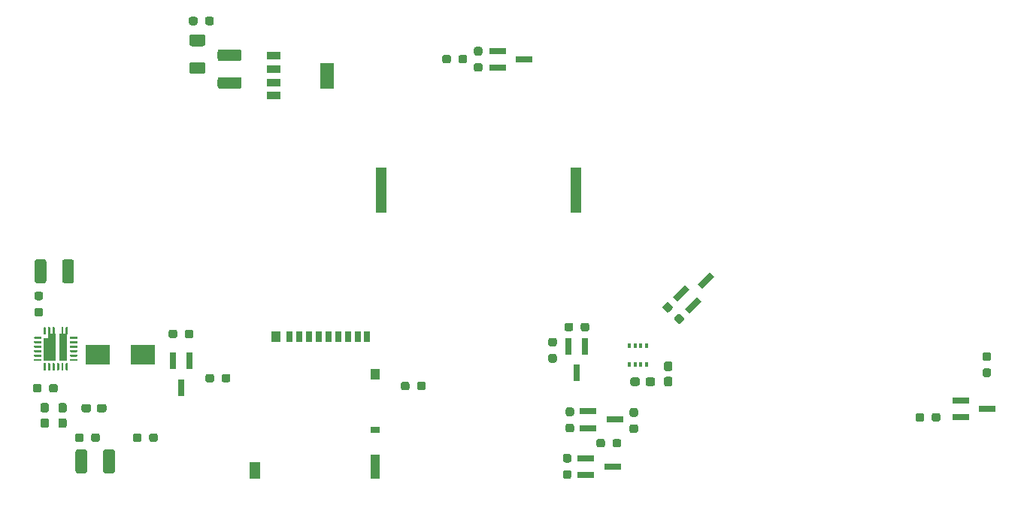
<source format=gbr>
%TF.GenerationSoftware,KiCad,Pcbnew,(5.1.8)-1*%
%TF.CreationDate,2022-04-23T21:59:24-07:00*%
%TF.ProjectId,AttitudeMotorController,41747469-7475-4646-954d-6f746f72436f,rev?*%
%TF.SameCoordinates,Original*%
%TF.FileFunction,Paste,Bot*%
%TF.FilePolarity,Positive*%
%FSLAX46Y46*%
G04 Gerber Fmt 4.6, Leading zero omitted, Abs format (unit mm)*
G04 Created by KiCad (PCBNEW (5.1.8)-1) date 2022-04-23 21:59:24*
%MOMM*%
%LPD*%
G01*
G04 APERTURE LIST*
%ADD10R,1.270000X5.080000*%
%ADD11R,0.700000X1.200000*%
%ADD12R,1.000000X1.200000*%
%ADD13R,1.000000X0.800000*%
%ADD14R,1.000000X2.800000*%
%ADD15R,1.300000X1.900000*%
%ADD16R,2.700000X2.200000*%
%ADD17R,0.800000X1.900000*%
%ADD18R,1.900000X0.800000*%
%ADD19R,0.875000X3.100000*%
%ADD20R,0.950000X3.100000*%
%ADD21R,1.340000X2.625000*%
%ADD22R,1.600200X0.838200*%
%ADD23R,1.600200X2.997200*%
%ADD24R,0.350000X0.500000*%
%ADD25C,0.100000*%
G04 APERTURE END LIST*
D10*
%TO.C,BT1*%
X137743700Y-23990300D03*
X115773700Y-23990300D03*
%TD*%
%TO.C,C12*%
G36*
G01*
X76743200Y-34196202D02*
X76743200Y-31996198D01*
G75*
G02*
X76993198Y-31746200I249998J0D01*
G01*
X77818202Y-31746200D01*
G75*
G02*
X78068200Y-31996198I0J-249998D01*
G01*
X78068200Y-34196202D01*
G75*
G02*
X77818202Y-34446200I-249998J0D01*
G01*
X76993198Y-34446200D01*
G75*
G02*
X76743200Y-34196202I0J249998D01*
G01*
G37*
G36*
G01*
X79868200Y-34196202D02*
X79868200Y-31996198D01*
G75*
G02*
X80118198Y-31746200I249998J0D01*
G01*
X80943202Y-31746200D01*
G75*
G02*
X81193200Y-31996198I0J-249998D01*
G01*
X81193200Y-34196202D01*
G75*
G02*
X80943202Y-34446200I-249998J0D01*
G01*
X80118198Y-34446200D01*
G75*
G02*
X79868200Y-34196202I0J249998D01*
G01*
G37*
%TD*%
%TO.C,C13*%
G36*
G01*
X77651600Y-49651800D02*
X78126600Y-49651800D01*
G75*
G02*
X78364100Y-49889300I0J-237500D01*
G01*
X78364100Y-50489300D01*
G75*
G02*
X78126600Y-50726800I-237500J0D01*
G01*
X77651600Y-50726800D01*
G75*
G02*
X77414100Y-50489300I0J237500D01*
G01*
X77414100Y-49889300D01*
G75*
G02*
X77651600Y-49651800I237500J0D01*
G01*
G37*
G36*
G01*
X77651600Y-47926800D02*
X78126600Y-47926800D01*
G75*
G02*
X78364100Y-48164300I0J-237500D01*
G01*
X78364100Y-48764300D01*
G75*
G02*
X78126600Y-49001800I-237500J0D01*
G01*
X77651600Y-49001800D01*
G75*
G02*
X77414100Y-48764300I0J237500D01*
G01*
X77414100Y-48164300D01*
G75*
G02*
X77651600Y-47926800I237500J0D01*
G01*
G37*
%TD*%
%TO.C,C14*%
G36*
G01*
X79658200Y-47939500D02*
X80133200Y-47939500D01*
G75*
G02*
X80370700Y-48177000I0J-237500D01*
G01*
X80370700Y-48777000D01*
G75*
G02*
X80133200Y-49014500I-237500J0D01*
G01*
X79658200Y-49014500D01*
G75*
G02*
X79420700Y-48777000I0J237500D01*
G01*
X79420700Y-48177000D01*
G75*
G02*
X79658200Y-47939500I237500J0D01*
G01*
G37*
G36*
G01*
X79658200Y-49664500D02*
X80133200Y-49664500D01*
G75*
G02*
X80370700Y-49902000I0J-237500D01*
G01*
X80370700Y-50502000D01*
G75*
G02*
X80133200Y-50739500I-237500J0D01*
G01*
X79658200Y-50739500D01*
G75*
G02*
X79420700Y-50502000I0J237500D01*
G01*
X79420700Y-49902000D01*
G75*
G02*
X79658200Y-49664500I237500J0D01*
G01*
G37*
%TD*%
%TO.C,C25*%
G36*
G01*
X148332200Y-44328200D02*
X147857200Y-44328200D01*
G75*
G02*
X147619700Y-44090700I0J237500D01*
G01*
X147619700Y-43490700D01*
G75*
G02*
X147857200Y-43253200I237500J0D01*
G01*
X148332200Y-43253200D01*
G75*
G02*
X148569700Y-43490700I0J-237500D01*
G01*
X148569700Y-44090700D01*
G75*
G02*
X148332200Y-44328200I-237500J0D01*
G01*
G37*
G36*
G01*
X148332200Y-46053200D02*
X147857200Y-46053200D01*
G75*
G02*
X147619700Y-45815700I0J237500D01*
G01*
X147619700Y-45215700D01*
G75*
G02*
X147857200Y-44978200I237500J0D01*
G01*
X148332200Y-44978200D01*
G75*
G02*
X148569700Y-45215700I0J-237500D01*
G01*
X148569700Y-45815700D01*
G75*
G02*
X148332200Y-46053200I-237500J0D01*
G01*
G37*
%TD*%
%TO.C,C26*%
G36*
G01*
X143837200Y-45767000D02*
X143837200Y-45292000D01*
G75*
G02*
X144074700Y-45054500I237500J0D01*
G01*
X144674700Y-45054500D01*
G75*
G02*
X144912200Y-45292000I0J-237500D01*
G01*
X144912200Y-45767000D01*
G75*
G02*
X144674700Y-46004500I-237500J0D01*
G01*
X144074700Y-46004500D01*
G75*
G02*
X143837200Y-45767000I0J237500D01*
G01*
G37*
G36*
G01*
X145562200Y-45767000D02*
X145562200Y-45292000D01*
G75*
G02*
X145799700Y-45054500I237500J0D01*
G01*
X146399700Y-45054500D01*
G75*
G02*
X146637200Y-45292000I0J-237500D01*
G01*
X146637200Y-45767000D01*
G75*
G02*
X146399700Y-46004500I-237500J0D01*
G01*
X145799700Y-46004500D01*
G75*
G02*
X145562200Y-45767000I0J237500D01*
G01*
G37*
%TD*%
%TO.C,C28*%
G36*
G01*
X84837900Y-48276500D02*
X84837900Y-48751500D01*
G75*
G02*
X84600400Y-48989000I-237500J0D01*
G01*
X84000400Y-48989000D01*
G75*
G02*
X83762900Y-48751500I0J237500D01*
G01*
X83762900Y-48276500D01*
G75*
G02*
X84000400Y-48039000I237500J0D01*
G01*
X84600400Y-48039000D01*
G75*
G02*
X84837900Y-48276500I0J-237500D01*
G01*
G37*
G36*
G01*
X83112900Y-48276500D02*
X83112900Y-48751500D01*
G75*
G02*
X82875400Y-48989000I-237500J0D01*
G01*
X82275400Y-48989000D01*
G75*
G02*
X82037900Y-48751500I0J237500D01*
G01*
X82037900Y-48276500D01*
G75*
G02*
X82275400Y-48039000I237500J0D01*
G01*
X82875400Y-48039000D01*
G75*
G02*
X83112900Y-48276500I0J-237500D01*
G01*
G37*
%TD*%
%TO.C,C31*%
G36*
G01*
X82678700Y-53408398D02*
X82678700Y-55608402D01*
G75*
G02*
X82428702Y-55858400I-249998J0D01*
G01*
X81603698Y-55858400D01*
G75*
G02*
X81353700Y-55608402I0J249998D01*
G01*
X81353700Y-53408398D01*
G75*
G02*
X81603698Y-53158400I249998J0D01*
G01*
X82428702Y-53158400D01*
G75*
G02*
X82678700Y-53408398I0J-249998D01*
G01*
G37*
G36*
G01*
X85803700Y-53408398D02*
X85803700Y-55608402D01*
G75*
G02*
X85553702Y-55858400I-249998J0D01*
G01*
X84728698Y-55858400D01*
G75*
G02*
X84478700Y-55608402I0J249998D01*
G01*
X84478700Y-53408398D01*
G75*
G02*
X84728698Y-53158400I249998J0D01*
G01*
X85553702Y-53158400D01*
G75*
G02*
X85803700Y-53408398I0J-249998D01*
G01*
G37*
%TD*%
%TO.C,C33*%
G36*
G01*
X95734902Y-10860600D02*
X94434898Y-10860600D01*
G75*
G02*
X94184900Y-10610602I0J249998D01*
G01*
X94184900Y-9785598D01*
G75*
G02*
X94434898Y-9535600I249998J0D01*
G01*
X95734902Y-9535600D01*
G75*
G02*
X95984900Y-9785598I0J-249998D01*
G01*
X95984900Y-10610602D01*
G75*
G02*
X95734902Y-10860600I-249998J0D01*
G01*
G37*
G36*
G01*
X95734902Y-7735600D02*
X94434898Y-7735600D01*
G75*
G02*
X94184900Y-7485602I0J249998D01*
G01*
X94184900Y-6660598D01*
G75*
G02*
X94434898Y-6410600I249998J0D01*
G01*
X95734902Y-6410600D01*
G75*
G02*
X95984900Y-6660598I0J-249998D01*
G01*
X95984900Y-7485602D01*
G75*
G02*
X95734902Y-7735600I-249998J0D01*
G01*
G37*
%TD*%
%TO.C,C35*%
G36*
G01*
X99817102Y-12537400D02*
X97617098Y-12537400D01*
G75*
G02*
X97367100Y-12287402I0J249998D01*
G01*
X97367100Y-11462398D01*
G75*
G02*
X97617098Y-11212400I249998J0D01*
G01*
X99817102Y-11212400D01*
G75*
G02*
X100067100Y-11462398I0J-249998D01*
G01*
X100067100Y-12287402D01*
G75*
G02*
X99817102Y-12537400I-249998J0D01*
G01*
G37*
G36*
G01*
X99817102Y-9412400D02*
X97617098Y-9412400D01*
G75*
G02*
X97367100Y-9162402I0J249998D01*
G01*
X97367100Y-8337398D01*
G75*
G02*
X97617098Y-8087400I249998J0D01*
G01*
X99817102Y-8087400D01*
G75*
G02*
X100067100Y-8337398I0J-249998D01*
G01*
X100067100Y-9162402D01*
G75*
G02*
X99817102Y-9412400I-249998J0D01*
G01*
G37*
%TD*%
D11*
%TO.C,J18*%
X114142500Y-40433400D03*
X113192500Y-40433400D03*
X105492500Y-40433400D03*
X106592500Y-40433400D03*
X107692500Y-40433400D03*
X108792500Y-40433400D03*
X109892500Y-40433400D03*
X110992500Y-40433400D03*
X112092500Y-40433400D03*
D12*
X103942500Y-40433400D03*
X115092500Y-44733400D03*
D13*
X115092500Y-50933400D03*
D14*
X115092500Y-55083400D03*
D15*
X101592500Y-55533400D03*
%TD*%
D16*
%TO.C,L1*%
X83873500Y-42519600D03*
X88973500Y-42519600D03*
%TD*%
D17*
%TO.C,Q7*%
X93284000Y-46180000D03*
X94234000Y-43180000D03*
X92334000Y-43180000D03*
%TD*%
D18*
%TO.C,Q8*%
X184061100Y-48602900D03*
X181061100Y-47652900D03*
X181061100Y-49552900D03*
%TD*%
%TO.C,R13*%
G36*
G01*
X118967700Y-45774600D02*
X118967700Y-46249600D01*
G75*
G02*
X118730200Y-46487100I-237500J0D01*
G01*
X118230200Y-46487100D01*
G75*
G02*
X117992700Y-46249600I0J237500D01*
G01*
X117992700Y-45774600D01*
G75*
G02*
X118230200Y-45537100I237500J0D01*
G01*
X118730200Y-45537100D01*
G75*
G02*
X118967700Y-45774600I0J-237500D01*
G01*
G37*
G36*
G01*
X120792700Y-45774600D02*
X120792700Y-46249600D01*
G75*
G02*
X120555200Y-46487100I-237500J0D01*
G01*
X120055200Y-46487100D01*
G75*
G02*
X119817700Y-46249600I0J237500D01*
G01*
X119817700Y-45774600D01*
G75*
G02*
X120055200Y-45537100I237500J0D01*
G01*
X120555200Y-45537100D01*
G75*
G02*
X120792700Y-45774600I0J-237500D01*
G01*
G37*
%TD*%
%TO.C,R15*%
G36*
G01*
X92818400Y-39919900D02*
X92818400Y-40394900D01*
G75*
G02*
X92580900Y-40632400I-237500J0D01*
G01*
X92080900Y-40632400D01*
G75*
G02*
X91843400Y-40394900I0J237500D01*
G01*
X91843400Y-39919900D01*
G75*
G02*
X92080900Y-39682400I237500J0D01*
G01*
X92580900Y-39682400D01*
G75*
G02*
X92818400Y-39919900I0J-237500D01*
G01*
G37*
G36*
G01*
X94643400Y-39919900D02*
X94643400Y-40394900D01*
G75*
G02*
X94405900Y-40632400I-237500J0D01*
G01*
X93905900Y-40632400D01*
G75*
G02*
X93668400Y-40394900I0J237500D01*
G01*
X93668400Y-39919900D01*
G75*
G02*
X93905900Y-39682400I237500J0D01*
G01*
X94405900Y-39682400D01*
G75*
G02*
X94643400Y-39919900I0J-237500D01*
G01*
G37*
%TD*%
%TO.C,R16*%
G36*
G01*
X95996300Y-45373300D02*
X95996300Y-44898300D01*
G75*
G02*
X96233800Y-44660800I237500J0D01*
G01*
X96733800Y-44660800D01*
G75*
G02*
X96971300Y-44898300I0J-237500D01*
G01*
X96971300Y-45373300D01*
G75*
G02*
X96733800Y-45610800I-237500J0D01*
G01*
X96233800Y-45610800D01*
G75*
G02*
X95996300Y-45373300I0J237500D01*
G01*
G37*
G36*
G01*
X97821300Y-45373300D02*
X97821300Y-44898300D01*
G75*
G02*
X98058800Y-44660800I237500J0D01*
G01*
X98558800Y-44660800D01*
G75*
G02*
X98796300Y-44898300I0J-237500D01*
G01*
X98796300Y-45373300D01*
G75*
G02*
X98558800Y-45610800I-237500J0D01*
G01*
X98058800Y-45610800D01*
G75*
G02*
X97821300Y-45373300I0J237500D01*
G01*
G37*
%TD*%
%TO.C,R17*%
G36*
G01*
X177782400Y-49792900D02*
X177782400Y-49317900D01*
G75*
G02*
X178019900Y-49080400I237500J0D01*
G01*
X178519900Y-49080400D01*
G75*
G02*
X178757400Y-49317900I0J-237500D01*
G01*
X178757400Y-49792900D01*
G75*
G02*
X178519900Y-50030400I-237500J0D01*
G01*
X178019900Y-50030400D01*
G75*
G02*
X177782400Y-49792900I0J237500D01*
G01*
G37*
G36*
G01*
X175957400Y-49792900D02*
X175957400Y-49317900D01*
G75*
G02*
X176194900Y-49080400I237500J0D01*
G01*
X176694900Y-49080400D01*
G75*
G02*
X176932400Y-49317900I0J-237500D01*
G01*
X176932400Y-49792900D01*
G75*
G02*
X176694900Y-50030400I-237500J0D01*
G01*
X176194900Y-50030400D01*
G75*
G02*
X175957400Y-49792900I0J237500D01*
G01*
G37*
%TD*%
%TO.C,R18*%
G36*
G01*
X184222400Y-44997200D02*
X183747400Y-44997200D01*
G75*
G02*
X183509900Y-44759700I0J237500D01*
G01*
X183509900Y-44259700D01*
G75*
G02*
X183747400Y-44022200I237500J0D01*
G01*
X184222400Y-44022200D01*
G75*
G02*
X184459900Y-44259700I0J-237500D01*
G01*
X184459900Y-44759700D01*
G75*
G02*
X184222400Y-44997200I-237500J0D01*
G01*
G37*
G36*
G01*
X184222400Y-43172200D02*
X183747400Y-43172200D01*
G75*
G02*
X183509900Y-42934700I0J237500D01*
G01*
X183509900Y-42434700D01*
G75*
G02*
X183747400Y-42197200I237500J0D01*
G01*
X184222400Y-42197200D01*
G75*
G02*
X184459900Y-42434700I0J-237500D01*
G01*
X184459900Y-42934700D01*
G75*
G02*
X184222400Y-43172200I-237500J0D01*
G01*
G37*
%TD*%
%TO.C,R19*%
G36*
G01*
X76552600Y-46503600D02*
X76552600Y-46028600D01*
G75*
G02*
X76790100Y-45791100I237500J0D01*
G01*
X77290100Y-45791100D01*
G75*
G02*
X77527600Y-46028600I0J-237500D01*
G01*
X77527600Y-46503600D01*
G75*
G02*
X77290100Y-46741100I-237500J0D01*
G01*
X76790100Y-46741100D01*
G75*
G02*
X76552600Y-46503600I0J237500D01*
G01*
G37*
G36*
G01*
X78377600Y-46503600D02*
X78377600Y-46028600D01*
G75*
G02*
X78615100Y-45791100I237500J0D01*
G01*
X79115100Y-45791100D01*
G75*
G02*
X79352600Y-46028600I0J-237500D01*
G01*
X79352600Y-46503600D01*
G75*
G02*
X79115100Y-46741100I-237500J0D01*
G01*
X78615100Y-46741100D01*
G75*
G02*
X78377600Y-46503600I0J237500D01*
G01*
G37*
%TD*%
%TO.C,R20*%
G36*
G01*
X76978500Y-37206100D02*
X77453500Y-37206100D01*
G75*
G02*
X77691000Y-37443600I0J-237500D01*
G01*
X77691000Y-37943600D01*
G75*
G02*
X77453500Y-38181100I-237500J0D01*
G01*
X76978500Y-38181100D01*
G75*
G02*
X76741000Y-37943600I0J237500D01*
G01*
X76741000Y-37443600D01*
G75*
G02*
X76978500Y-37206100I237500J0D01*
G01*
G37*
G36*
G01*
X76978500Y-35381100D02*
X77453500Y-35381100D01*
G75*
G02*
X77691000Y-35618600I0J-237500D01*
G01*
X77691000Y-36118600D01*
G75*
G02*
X77453500Y-36356100I-237500J0D01*
G01*
X76978500Y-36356100D01*
G75*
G02*
X76741000Y-36118600I0J237500D01*
G01*
X76741000Y-35618600D01*
G75*
G02*
X76978500Y-35381100I237500J0D01*
G01*
G37*
%TD*%
%TO.C,R21*%
G36*
G01*
X90630200Y-51603900D02*
X90630200Y-52078900D01*
G75*
G02*
X90392700Y-52316400I-237500J0D01*
G01*
X89892700Y-52316400D01*
G75*
G02*
X89655200Y-52078900I0J237500D01*
G01*
X89655200Y-51603900D01*
G75*
G02*
X89892700Y-51366400I237500J0D01*
G01*
X90392700Y-51366400D01*
G75*
G02*
X90630200Y-51603900I0J-237500D01*
G01*
G37*
G36*
G01*
X88805200Y-51603900D02*
X88805200Y-52078900D01*
G75*
G02*
X88567700Y-52316400I-237500J0D01*
G01*
X88067700Y-52316400D01*
G75*
G02*
X87830200Y-52078900I0J237500D01*
G01*
X87830200Y-51603900D01*
G75*
G02*
X88067700Y-51366400I237500J0D01*
G01*
X88567700Y-51366400D01*
G75*
G02*
X88805200Y-51603900I0J-237500D01*
G01*
G37*
%TD*%
%TO.C,R22*%
G36*
G01*
X82275500Y-51603900D02*
X82275500Y-52078900D01*
G75*
G02*
X82038000Y-52316400I-237500J0D01*
G01*
X81538000Y-52316400D01*
G75*
G02*
X81300500Y-52078900I0J237500D01*
G01*
X81300500Y-51603900D01*
G75*
G02*
X81538000Y-51366400I237500J0D01*
G01*
X82038000Y-51366400D01*
G75*
G02*
X82275500Y-51603900I0J-237500D01*
G01*
G37*
G36*
G01*
X84100500Y-51603900D02*
X84100500Y-52078900D01*
G75*
G02*
X83863000Y-52316400I-237500J0D01*
G01*
X83363000Y-52316400D01*
G75*
G02*
X83125500Y-52078900I0J237500D01*
G01*
X83125500Y-51603900D01*
G75*
G02*
X83363000Y-51366400I237500J0D01*
G01*
X83863000Y-51366400D01*
G75*
G02*
X84100500Y-51603900I0J-237500D01*
G01*
G37*
%TD*%
%TO.C,R26*%
G36*
G01*
X96929400Y-4652000D02*
X96929400Y-5127000D01*
G75*
G02*
X96691900Y-5364500I-237500J0D01*
G01*
X96191900Y-5364500D01*
G75*
G02*
X95954400Y-5127000I0J237500D01*
G01*
X95954400Y-4652000D01*
G75*
G02*
X96191900Y-4414500I237500J0D01*
G01*
X96691900Y-4414500D01*
G75*
G02*
X96929400Y-4652000I0J-237500D01*
G01*
G37*
G36*
G01*
X95104400Y-4652000D02*
X95104400Y-5127000D01*
G75*
G02*
X94866900Y-5364500I-237500J0D01*
G01*
X94366900Y-5364500D01*
G75*
G02*
X94129400Y-5127000I0J237500D01*
G01*
X94129400Y-4652000D01*
G75*
G02*
X94366900Y-4414500I237500J0D01*
G01*
X94866900Y-4414500D01*
G75*
G02*
X95104400Y-4652000I0J-237500D01*
G01*
G37*
%TD*%
D19*
%TO.C,U2*%
X78696200Y-41658800D03*
D20*
X79978700Y-41658800D03*
D21*
X78463700Y-41896300D03*
G36*
G01*
X77758700Y-44216300D02*
X77758700Y-43491300D01*
G75*
G02*
X77821200Y-43428800I62500J0D01*
G01*
X77946200Y-43428800D01*
G75*
G02*
X78008700Y-43491300I0J-62500D01*
G01*
X78008700Y-44216300D01*
G75*
G02*
X77946200Y-44278800I-62500J0D01*
G01*
X77821200Y-44278800D01*
G75*
G02*
X77758700Y-44216300I0J62500D01*
G01*
G37*
G36*
G01*
X78258700Y-44216300D02*
X78258700Y-43491300D01*
G75*
G02*
X78321200Y-43428800I62500J0D01*
G01*
X78446200Y-43428800D01*
G75*
G02*
X78508700Y-43491300I0J-62500D01*
G01*
X78508700Y-44216300D01*
G75*
G02*
X78446200Y-44278800I-62500J0D01*
G01*
X78321200Y-44278800D01*
G75*
G02*
X78258700Y-44216300I0J62500D01*
G01*
G37*
G36*
G01*
X78758700Y-44216300D02*
X78758700Y-43491300D01*
G75*
G02*
X78821200Y-43428800I62500J0D01*
G01*
X78946200Y-43428800D01*
G75*
G02*
X79008700Y-43491300I0J-62500D01*
G01*
X79008700Y-44216300D01*
G75*
G02*
X78946200Y-44278800I-62500J0D01*
G01*
X78821200Y-44278800D01*
G75*
G02*
X78758700Y-44216300I0J62500D01*
G01*
G37*
G36*
G01*
X79258700Y-44216300D02*
X79258700Y-43491300D01*
G75*
G02*
X79321200Y-43428800I62500J0D01*
G01*
X79446200Y-43428800D01*
G75*
G02*
X79508700Y-43491300I0J-62500D01*
G01*
X79508700Y-44216300D01*
G75*
G02*
X79446200Y-44278800I-62500J0D01*
G01*
X79321200Y-44278800D01*
G75*
G02*
X79258700Y-44216300I0J62500D01*
G01*
G37*
G36*
G01*
X79758700Y-44216300D02*
X79758700Y-43491300D01*
G75*
G02*
X79821200Y-43428800I62500J0D01*
G01*
X79946200Y-43428800D01*
G75*
G02*
X80008700Y-43491300I0J-62500D01*
G01*
X80008700Y-44216300D01*
G75*
G02*
X79946200Y-44278800I-62500J0D01*
G01*
X79821200Y-44278800D01*
G75*
G02*
X79758700Y-44216300I0J62500D01*
G01*
G37*
G36*
G01*
X80258700Y-44216300D02*
X80258700Y-43491300D01*
G75*
G02*
X80321200Y-43428800I62500J0D01*
G01*
X80446200Y-43428800D01*
G75*
G02*
X80508700Y-43491300I0J-62500D01*
G01*
X80508700Y-44216300D01*
G75*
G02*
X80446200Y-44278800I-62500J0D01*
G01*
X80321200Y-44278800D01*
G75*
G02*
X80258700Y-44216300I0J62500D01*
G01*
G37*
G36*
G01*
X80728700Y-43146300D02*
X80728700Y-43021300D01*
G75*
G02*
X80791200Y-42958800I62500J0D01*
G01*
X81516200Y-42958800D01*
G75*
G02*
X81578700Y-43021300I0J-62500D01*
G01*
X81578700Y-43146300D01*
G75*
G02*
X81516200Y-43208800I-62500J0D01*
G01*
X80791200Y-43208800D01*
G75*
G02*
X80728700Y-43146300I0J62500D01*
G01*
G37*
G36*
G01*
X80728700Y-42646300D02*
X80728700Y-42521300D01*
G75*
G02*
X80791200Y-42458800I62500J0D01*
G01*
X81516200Y-42458800D01*
G75*
G02*
X81578700Y-42521300I0J-62500D01*
G01*
X81578700Y-42646300D01*
G75*
G02*
X81516200Y-42708800I-62500J0D01*
G01*
X80791200Y-42708800D01*
G75*
G02*
X80728700Y-42646300I0J62500D01*
G01*
G37*
G36*
G01*
X80728700Y-42146300D02*
X80728700Y-42021300D01*
G75*
G02*
X80791200Y-41958800I62500J0D01*
G01*
X81516200Y-41958800D01*
G75*
G02*
X81578700Y-42021300I0J-62500D01*
G01*
X81578700Y-42146300D01*
G75*
G02*
X81516200Y-42208800I-62500J0D01*
G01*
X80791200Y-42208800D01*
G75*
G02*
X80728700Y-42146300I0J62500D01*
G01*
G37*
G36*
G01*
X80728700Y-41646300D02*
X80728700Y-41521300D01*
G75*
G02*
X80791200Y-41458800I62500J0D01*
G01*
X81516200Y-41458800D01*
G75*
G02*
X81578700Y-41521300I0J-62500D01*
G01*
X81578700Y-41646300D01*
G75*
G02*
X81516200Y-41708800I-62500J0D01*
G01*
X80791200Y-41708800D01*
G75*
G02*
X80728700Y-41646300I0J62500D01*
G01*
G37*
G36*
G01*
X80728700Y-41146300D02*
X80728700Y-41021300D01*
G75*
G02*
X80791200Y-40958800I62500J0D01*
G01*
X81516200Y-40958800D01*
G75*
G02*
X81578700Y-41021300I0J-62500D01*
G01*
X81578700Y-41146300D01*
G75*
G02*
X81516200Y-41208800I-62500J0D01*
G01*
X80791200Y-41208800D01*
G75*
G02*
X80728700Y-41146300I0J62500D01*
G01*
G37*
G36*
G01*
X80728700Y-40646300D02*
X80728700Y-40521300D01*
G75*
G02*
X80791200Y-40458800I62500J0D01*
G01*
X81516200Y-40458800D01*
G75*
G02*
X81578700Y-40521300I0J-62500D01*
G01*
X81578700Y-40646300D01*
G75*
G02*
X81516200Y-40708800I-62500J0D01*
G01*
X80791200Y-40708800D01*
G75*
G02*
X80728700Y-40646300I0J62500D01*
G01*
G37*
G36*
G01*
X80258700Y-40176300D02*
X80258700Y-39451300D01*
G75*
G02*
X80321200Y-39388800I62500J0D01*
G01*
X80446200Y-39388800D01*
G75*
G02*
X80508700Y-39451300I0J-62500D01*
G01*
X80508700Y-40176300D01*
G75*
G02*
X80446200Y-40238800I-62500J0D01*
G01*
X80321200Y-40238800D01*
G75*
G02*
X80258700Y-40176300I0J62500D01*
G01*
G37*
G36*
G01*
X79758700Y-40176300D02*
X79758700Y-39451300D01*
G75*
G02*
X79821200Y-39388800I62500J0D01*
G01*
X79946200Y-39388800D01*
G75*
G02*
X80008700Y-39451300I0J-62500D01*
G01*
X80008700Y-40176300D01*
G75*
G02*
X79946200Y-40238800I-62500J0D01*
G01*
X79821200Y-40238800D01*
G75*
G02*
X79758700Y-40176300I0J62500D01*
G01*
G37*
G36*
G01*
X78758700Y-40176300D02*
X78758700Y-39451300D01*
G75*
G02*
X78821200Y-39388800I62500J0D01*
G01*
X78946200Y-39388800D01*
G75*
G02*
X79008700Y-39451300I0J-62500D01*
G01*
X79008700Y-40176300D01*
G75*
G02*
X78946200Y-40238800I-62500J0D01*
G01*
X78821200Y-40238800D01*
G75*
G02*
X78758700Y-40176300I0J62500D01*
G01*
G37*
G36*
G01*
X78258700Y-40176300D02*
X78258700Y-39451300D01*
G75*
G02*
X78321200Y-39388800I62500J0D01*
G01*
X78446200Y-39388800D01*
G75*
G02*
X78508700Y-39451300I0J-62500D01*
G01*
X78508700Y-40176300D01*
G75*
G02*
X78446200Y-40238800I-62500J0D01*
G01*
X78321200Y-40238800D01*
G75*
G02*
X78258700Y-40176300I0J62500D01*
G01*
G37*
G36*
G01*
X77758700Y-40176300D02*
X77758700Y-39451300D01*
G75*
G02*
X77821200Y-39388800I62500J0D01*
G01*
X77946200Y-39388800D01*
G75*
G02*
X78008700Y-39451300I0J-62500D01*
G01*
X78008700Y-40176300D01*
G75*
G02*
X77946200Y-40238800I-62500J0D01*
G01*
X77821200Y-40238800D01*
G75*
G02*
X77758700Y-40176300I0J62500D01*
G01*
G37*
G36*
G01*
X76688700Y-40646300D02*
X76688700Y-40521300D01*
G75*
G02*
X76751200Y-40458800I62500J0D01*
G01*
X77476200Y-40458800D01*
G75*
G02*
X77538700Y-40521300I0J-62500D01*
G01*
X77538700Y-40646300D01*
G75*
G02*
X77476200Y-40708800I-62500J0D01*
G01*
X76751200Y-40708800D01*
G75*
G02*
X76688700Y-40646300I0J62500D01*
G01*
G37*
G36*
G01*
X76688700Y-41146300D02*
X76688700Y-41021300D01*
G75*
G02*
X76751200Y-40958800I62500J0D01*
G01*
X77476200Y-40958800D01*
G75*
G02*
X77538700Y-41021300I0J-62500D01*
G01*
X77538700Y-41146300D01*
G75*
G02*
X77476200Y-41208800I-62500J0D01*
G01*
X76751200Y-41208800D01*
G75*
G02*
X76688700Y-41146300I0J62500D01*
G01*
G37*
G36*
G01*
X76688700Y-41646300D02*
X76688700Y-41521300D01*
G75*
G02*
X76751200Y-41458800I62500J0D01*
G01*
X77476200Y-41458800D01*
G75*
G02*
X77538700Y-41521300I0J-62500D01*
G01*
X77538700Y-41646300D01*
G75*
G02*
X77476200Y-41708800I-62500J0D01*
G01*
X76751200Y-41708800D01*
G75*
G02*
X76688700Y-41646300I0J62500D01*
G01*
G37*
G36*
G01*
X76688700Y-42146300D02*
X76688700Y-42021300D01*
G75*
G02*
X76751200Y-41958800I62500J0D01*
G01*
X77476200Y-41958800D01*
G75*
G02*
X77538700Y-42021300I0J-62500D01*
G01*
X77538700Y-42146300D01*
G75*
G02*
X77476200Y-42208800I-62500J0D01*
G01*
X76751200Y-42208800D01*
G75*
G02*
X76688700Y-42146300I0J62500D01*
G01*
G37*
G36*
G01*
X76688700Y-42646300D02*
X76688700Y-42521300D01*
G75*
G02*
X76751200Y-42458800I62500J0D01*
G01*
X77476200Y-42458800D01*
G75*
G02*
X77538700Y-42521300I0J-62500D01*
G01*
X77538700Y-42646300D01*
G75*
G02*
X77476200Y-42708800I-62500J0D01*
G01*
X76751200Y-42708800D01*
G75*
G02*
X76688700Y-42646300I0J62500D01*
G01*
G37*
G36*
G01*
X76688700Y-43146300D02*
X76688700Y-43021300D01*
G75*
G02*
X76751200Y-42958800I62500J0D01*
G01*
X77476200Y-42958800D01*
G75*
G02*
X77538700Y-43021300I0J-62500D01*
G01*
X77538700Y-43146300D01*
G75*
G02*
X77476200Y-43208800I-62500J0D01*
G01*
X76751200Y-43208800D01*
G75*
G02*
X76688700Y-43146300I0J62500D01*
G01*
G37*
%TD*%
D22*
%TO.C,U4*%
X103644700Y-13309600D03*
X103644700Y-11811000D03*
X103644700Y-10287000D03*
X103644700Y-8788400D03*
D23*
X109689900Y-11049000D03*
%TD*%
D24*
%TO.C,U10*%
X143728800Y-41507300D03*
X144378800Y-41507300D03*
X145028800Y-41507300D03*
X145678800Y-41507300D03*
X145678800Y-43557300D03*
X145028800Y-43557300D03*
X144378800Y-43557300D03*
X143728800Y-43557300D03*
%TD*%
D18*
%TO.C,Q14*%
X131875660Y-9207500D03*
X128875660Y-8257500D03*
X128875660Y-10157500D03*
%TD*%
D25*
%TO.C,Q16*%
G36*
X151974471Y-35067854D02*
G01*
X151408786Y-34502169D01*
X152752289Y-33158666D01*
X153317974Y-33724351D01*
X151974471Y-35067854D01*
G37*
G36*
X149181399Y-36517423D02*
G01*
X148615714Y-35951738D01*
X149959217Y-34608235D01*
X150524902Y-35173920D01*
X149181399Y-36517423D01*
G37*
G36*
X150524902Y-37860926D02*
G01*
X149959217Y-37295241D01*
X151302720Y-35951738D01*
X151868405Y-36517423D01*
X150524902Y-37860926D01*
G37*
%TD*%
D18*
%TO.C,Q17*%
X139101700Y-50759400D03*
X139101700Y-48859400D03*
X142101700Y-49809400D03*
%TD*%
%TO.C,Q18*%
X141853920Y-55118000D03*
X138853920Y-54168000D03*
X138853920Y-56068000D03*
%TD*%
D17*
%TO.C,Q19*%
X136824680Y-41542840D03*
X138724680Y-41542840D03*
X137774680Y-44542840D03*
%TD*%
%TO.C,R43*%
G36*
G01*
X126940320Y-8779960D02*
X126465320Y-8779960D01*
G75*
G02*
X126227820Y-8542460I0J237500D01*
G01*
X126227820Y-8042460D01*
G75*
G02*
X126465320Y-7804960I237500J0D01*
G01*
X126940320Y-7804960D01*
G75*
G02*
X127177820Y-8042460I0J-237500D01*
G01*
X127177820Y-8542460D01*
G75*
G02*
X126940320Y-8779960I-237500J0D01*
G01*
G37*
G36*
G01*
X126940320Y-10604960D02*
X126465320Y-10604960D01*
G75*
G02*
X126227820Y-10367460I0J237500D01*
G01*
X126227820Y-9867460D01*
G75*
G02*
X126465320Y-9629960I237500J0D01*
G01*
X126940320Y-9629960D01*
G75*
G02*
X127177820Y-9867460I0J-237500D01*
G01*
X127177820Y-10367460D01*
G75*
G02*
X126940320Y-10604960I-237500J0D01*
G01*
G37*
%TD*%
%TO.C,R44*%
G36*
G01*
X124488760Y-9427220D02*
X124488760Y-8952220D01*
G75*
G02*
X124726260Y-8714720I237500J0D01*
G01*
X125226260Y-8714720D01*
G75*
G02*
X125463760Y-8952220I0J-237500D01*
G01*
X125463760Y-9427220D01*
G75*
G02*
X125226260Y-9664720I-237500J0D01*
G01*
X124726260Y-9664720D01*
G75*
G02*
X124488760Y-9427220I0J237500D01*
G01*
G37*
G36*
G01*
X122663760Y-9427220D02*
X122663760Y-8952220D01*
G75*
G02*
X122901260Y-8714720I237500J0D01*
G01*
X123401260Y-8714720D01*
G75*
G02*
X123638760Y-8952220I0J-237500D01*
G01*
X123638760Y-9427220D01*
G75*
G02*
X123401260Y-9664720I-237500J0D01*
G01*
X122901260Y-9664720D01*
G75*
G02*
X122663760Y-9427220I0J237500D01*
G01*
G37*
%TD*%
%TO.C,R47*%
G36*
G01*
X149854493Y-38632377D02*
X149518617Y-38968253D01*
G75*
G02*
X149182741Y-38968253I-167938J167938D01*
G01*
X148829187Y-38614699D01*
G75*
G02*
X148829187Y-38278823I167938J167938D01*
G01*
X149165063Y-37942947D01*
G75*
G02*
X149500939Y-37942947I167938J-167938D01*
G01*
X149854493Y-38296501D01*
G75*
G02*
X149854493Y-38632377I-167938J-167938D01*
G01*
G37*
G36*
G01*
X148564023Y-37341907D02*
X148228147Y-37677783D01*
G75*
G02*
X147892271Y-37677783I-167938J167938D01*
G01*
X147538717Y-37324229D01*
G75*
G02*
X147538717Y-36988353I167938J167938D01*
G01*
X147874593Y-36652477D01*
G75*
G02*
X148210469Y-36652477I167938J-167938D01*
G01*
X148564023Y-37006031D01*
G75*
G02*
X148564023Y-37341907I-167938J-167938D01*
G01*
G37*
%TD*%
%TO.C,R49*%
G36*
G01*
X137262880Y-51237980D02*
X136787880Y-51237980D01*
G75*
G02*
X136550380Y-51000480I0J237500D01*
G01*
X136550380Y-50500480D01*
G75*
G02*
X136787880Y-50262980I237500J0D01*
G01*
X137262880Y-50262980D01*
G75*
G02*
X137500380Y-50500480I0J-237500D01*
G01*
X137500380Y-51000480D01*
G75*
G02*
X137262880Y-51237980I-237500J0D01*
G01*
G37*
G36*
G01*
X137262880Y-49412980D02*
X136787880Y-49412980D01*
G75*
G02*
X136550380Y-49175480I0J237500D01*
G01*
X136550380Y-48675480D01*
G75*
G02*
X136787880Y-48437980I237500J0D01*
G01*
X137262880Y-48437980D01*
G75*
G02*
X137500380Y-48675480I0J-237500D01*
G01*
X137500380Y-49175480D01*
G75*
G02*
X137262880Y-49412980I-237500J0D01*
G01*
G37*
%TD*%
%TO.C,R50*%
G36*
G01*
X144463780Y-49488540D02*
X143988780Y-49488540D01*
G75*
G02*
X143751280Y-49251040I0J237500D01*
G01*
X143751280Y-48751040D01*
G75*
G02*
X143988780Y-48513540I237500J0D01*
G01*
X144463780Y-48513540D01*
G75*
G02*
X144701280Y-48751040I0J-237500D01*
G01*
X144701280Y-49251040D01*
G75*
G02*
X144463780Y-49488540I-237500J0D01*
G01*
G37*
G36*
G01*
X144463780Y-51313540D02*
X143988780Y-51313540D01*
G75*
G02*
X143751280Y-51076040I0J237500D01*
G01*
X143751280Y-50576040D01*
G75*
G02*
X143988780Y-50338540I237500J0D01*
G01*
X144463780Y-50338540D01*
G75*
G02*
X144701280Y-50576040I0J-237500D01*
G01*
X144701280Y-51076040D01*
G75*
G02*
X144463780Y-51313540I-237500J0D01*
G01*
G37*
%TD*%
%TO.C,R51*%
G36*
G01*
X136965700Y-56467200D02*
X136490700Y-56467200D01*
G75*
G02*
X136253200Y-56229700I0J237500D01*
G01*
X136253200Y-55729700D01*
G75*
G02*
X136490700Y-55492200I237500J0D01*
G01*
X136965700Y-55492200D01*
G75*
G02*
X137203200Y-55729700I0J-237500D01*
G01*
X137203200Y-56229700D01*
G75*
G02*
X136965700Y-56467200I-237500J0D01*
G01*
G37*
G36*
G01*
X136965700Y-54642200D02*
X136490700Y-54642200D01*
G75*
G02*
X136253200Y-54404700I0J237500D01*
G01*
X136253200Y-53904700D01*
G75*
G02*
X136490700Y-53667200I237500J0D01*
G01*
X136965700Y-53667200D01*
G75*
G02*
X137203200Y-53904700I0J-237500D01*
G01*
X137203200Y-54404700D01*
G75*
G02*
X136965700Y-54642200I-237500J0D01*
G01*
G37*
%TD*%
%TO.C,R52*%
G36*
G01*
X141838860Y-52703740D02*
X141838860Y-52228740D01*
G75*
G02*
X142076360Y-51991240I237500J0D01*
G01*
X142576360Y-51991240D01*
G75*
G02*
X142813860Y-52228740I0J-237500D01*
G01*
X142813860Y-52703740D01*
G75*
G02*
X142576360Y-52941240I-237500J0D01*
G01*
X142076360Y-52941240D01*
G75*
G02*
X141838860Y-52703740I0J237500D01*
G01*
G37*
G36*
G01*
X140013860Y-52703740D02*
X140013860Y-52228740D01*
G75*
G02*
X140251360Y-51991240I237500J0D01*
G01*
X140751360Y-51991240D01*
G75*
G02*
X140988860Y-52228740I0J-237500D01*
G01*
X140988860Y-52703740D01*
G75*
G02*
X140751360Y-52941240I-237500J0D01*
G01*
X140251360Y-52941240D01*
G75*
G02*
X140013860Y-52703740I0J237500D01*
G01*
G37*
%TD*%
%TO.C,R53*%
G36*
G01*
X136425480Y-39617660D02*
X136425480Y-39142660D01*
G75*
G02*
X136662980Y-38905160I237500J0D01*
G01*
X137162980Y-38905160D01*
G75*
G02*
X137400480Y-39142660I0J-237500D01*
G01*
X137400480Y-39617660D01*
G75*
G02*
X137162980Y-39855160I-237500J0D01*
G01*
X136662980Y-39855160D01*
G75*
G02*
X136425480Y-39617660I0J237500D01*
G01*
G37*
G36*
G01*
X138250480Y-39617660D02*
X138250480Y-39142660D01*
G75*
G02*
X138487980Y-38905160I237500J0D01*
G01*
X138987980Y-38905160D01*
G75*
G02*
X139225480Y-39142660I0J-237500D01*
G01*
X139225480Y-39617660D01*
G75*
G02*
X138987980Y-39855160I-237500J0D01*
G01*
X138487980Y-39855160D01*
G75*
G02*
X138250480Y-39617660I0J237500D01*
G01*
G37*
%TD*%
%TO.C,R54*%
G36*
G01*
X134842240Y-42418180D02*
X135317240Y-42418180D01*
G75*
G02*
X135554740Y-42655680I0J-237500D01*
G01*
X135554740Y-43155680D01*
G75*
G02*
X135317240Y-43393180I-237500J0D01*
G01*
X134842240Y-43393180D01*
G75*
G02*
X134604740Y-43155680I0J237500D01*
G01*
X134604740Y-42655680D01*
G75*
G02*
X134842240Y-42418180I237500J0D01*
G01*
G37*
G36*
G01*
X134842240Y-40593180D02*
X135317240Y-40593180D01*
G75*
G02*
X135554740Y-40830680I0J-237500D01*
G01*
X135554740Y-41330680D01*
G75*
G02*
X135317240Y-41568180I-237500J0D01*
G01*
X134842240Y-41568180D01*
G75*
G02*
X134604740Y-41330680I0J237500D01*
G01*
X134604740Y-40830680D01*
G75*
G02*
X134842240Y-40593180I237500J0D01*
G01*
G37*
%TD*%
M02*

</source>
